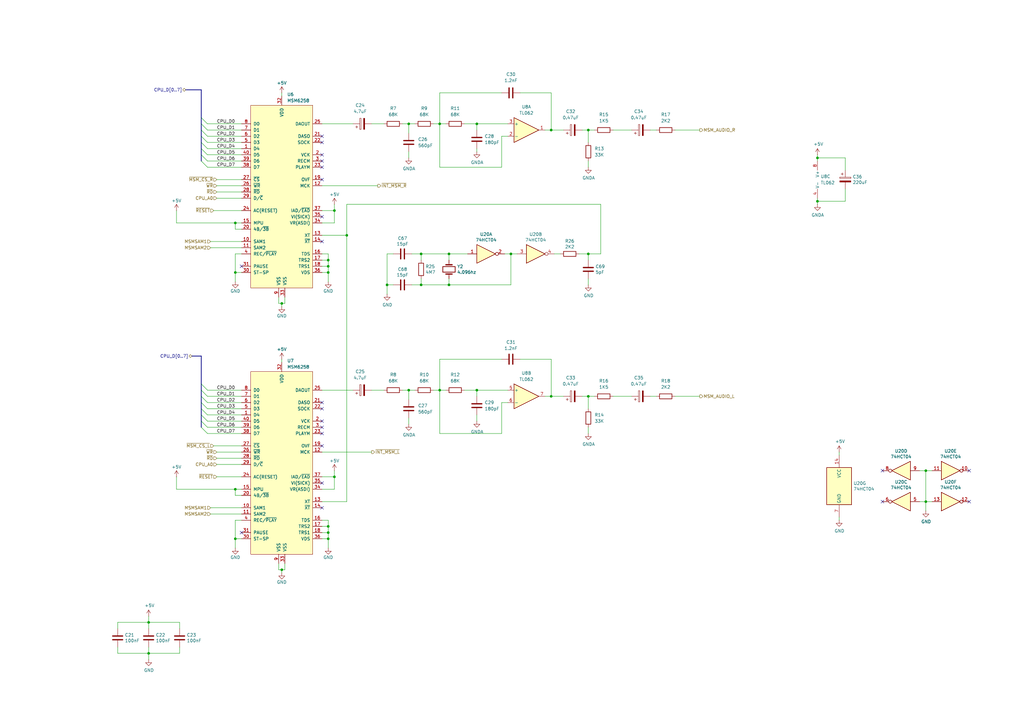
<source format=kicad_sch>
(kicad_sch (version 20231120) (generator "eeschema") (generator_version "8.0")
  (paper "A3")
  (lib_symbols
    (symbol "74xx:74HCT04"
      (property "Reference" "U" (at 0 1.27 0))
      (property "Value" "74HCT04" (at 0 -1.27 0))
      (symbol "74HCT04_1_0"
        (polyline (pts (xy -3.81 3.81) (xy -3.81 -3.81) (xy 3.81 0) (xy -3.81 3.81)) (stroke (width 0.254)) (fill (type background)))
        (pin input line (at -7.62 0 0) (length 3.81) (name "~") (number "1"))
        (pin output inverted (at 7.62 0 180) (length 3.81) (name "~") (number "2"))
      )
      (symbol "74HCT04_2_0"
        (polyline (pts (xy -3.81 3.81) (xy -3.81 -3.81) (xy 3.81 0) (xy -3.81 3.81)) (stroke (width 0.254)) (fill (type background)))
        (pin input line (at -7.62 0 0) (length 3.81) (name "~") (number "3"))
        (pin output inverted (at 7.62 0 180) (length 3.81) (name "~") (number "4"))
      )
      (symbol "74HCT04_3_0"
        (polyline (pts (xy -3.81 3.81) (xy -3.81 -3.81) (xy 3.81 0) (xy -3.81 3.81)) (stroke (width 0.254)) (fill (type background)))
        (pin input line (at -7.62 0 0) (length 3.81) (name "~") (number "5"))
        (pin output inverted (at 7.62 0 180) (length 3.81) (name "~") (number "6"))
      )
      (symbol "74HCT04_4_0"
        (polyline (pts (xy -3.81 3.81) (xy -3.81 -3.81) (xy 3.81 0) (xy -3.81 3.81)) (stroke (width 0.254)) (fill (type background)))
        (pin output inverted (at 7.62 0 180) (length 3.81) (name "~") (number "8"))
        (pin input line (at -7.62 0 0) (length 3.81) (name "~") (number "9"))
      )
      (symbol "74HCT04_5_0"
        (polyline (pts (xy -3.81 3.81) (xy -3.81 -3.81) (xy 3.81 0) (xy -3.81 3.81)) (stroke (width 0.254)) (fill (type background)))
        (pin output inverted (at 7.62 0 180) (length 3.81) (name "~") (number "10"))
        (pin input line (at -7.62 0 0) (length 3.81) (name "~") (number "11"))
      )
      (symbol "74HCT04_6_0"
        (polyline (pts (xy -3.81 3.81) (xy -3.81 -3.81) (xy 3.81 0) (xy -3.81 3.81)) (stroke (width 0.254)) (fill (type background)))
        (pin output inverted (at 7.62 0 180) (length 3.81) (name "~") (number "12"))
        (pin input line (at -7.62 0 0) (length 3.81) (name "~") (number "13"))
      )
      (symbol "74HCT04_7_0"
        (pin power_in line (at 0 12.7 270) (length 5.08) (name "VCC") (number "14"))
        (pin power_in line (at 0 -12.7 90) (length 5.08) (name "GND") (number "7"))
      )
      (symbol "74HCT04_7_1"
        (rectangle (start -5.08 7.62) (end 5.08 -7.62) (stroke (width 0.254)) (fill (type background)))
      )
    )
    (symbol "Amplifier_Operational:TL062" (pin_names (offset 0.127))
      (property "Reference" "U" (at 0 5.08 0))
      (property "Value" "TL062" (at 0 -5.08 0))
      (symbol "TL062_1_1"
        (polyline (pts (xy -5.08 5.08) (xy 5.08 0) (xy -5.08 -5.08) (xy -5.08 5.08)) (stroke (width 0.254)) (fill (type background)))
        (pin output line (at 7.62 0 180) (length 2.54) (name "~") (number "1"))
        (pin input line (at -7.62 -2.54 0) (length 2.54) (name "-") (number "2"))
        (pin input line (at -7.62 2.54 0) (length 2.54) (name "+") (number "3"))
      )
      (symbol "TL062_2_1"
        (polyline (pts (xy -5.08 5.08) (xy 5.08 0) (xy -5.08 -5.08) (xy -5.08 5.08)) (stroke (width 0.254)) (fill (type background)))
        (pin input line (at -7.62 2.54 0) (length 2.54) (name "+") (number "5"))
        (pin input line (at -7.62 -2.54 0) (length 2.54) (name "-") (number "6"))
        (pin output line (at 7.62 0 180) (length 2.54) (name "~") (number "7"))
      )
      (symbol "TL062_3_1"
        (pin power_in line (at -2.54 -7.62 90) (length 3.81) (name "V-") (number "4"))
        (pin power_in line (at -2.54 7.62 270) (length 3.81) (name "V+") (number "8"))
      )
    )
    (symbol "Ddraig:MSM6258" (pin_names (offset 1.016))
      (property "Reference" "U" (at -11.43 43.18 0))
      (property "Value" "MSM6258" (at 7.62 -34.29 0))
      (symbol "MSM6258_0_1"
        (rectangle (start -12.7 41.91) (end 12.7 -33.02) (fill (type background)))
      )
      (symbol "MSM6258_1_1"
        (pin bidirectional line (at -16.51 24.13 0) (length 3.81) (name "D4") (number "1"))
        (pin input line (at -16.51 -13.97 0) (length 3.81) (name "SAM1") (number "10"))
        (pin input line (at -16.51 -16.51 0) (length 3.81) (name "SAM2") (number "11"))
        (pin output line (at 16.51 8.89 180) (length 3.81) (name "MCK") (number "12"))
        (pin input line (at 16.51 -11.43 180) (length 3.81) (name "XT") (number "13"))
        (pin output line (at 16.51 -13.97 180) (length 3.81) (name "~{XT}") (number "14"))
        (pin input line (at -16.51 -6.35 0) (length 3.81) (name "MPU") (number "15"))
        (pin input line (at 16.51 -19.05 180) (length 3.81) (name "TDS") (number "16"))
        (pin input line (at 16.51 -21.59 180) (length 3.81) (name "TRS2") (number "17"))
        (pin input line (at 16.51 -24.13 180) (length 3.81) (name "TRS1") (number "18"))
        (pin output line (at 16.51 11.43 180) (length 3.81) (name "OVF") (number "19"))
        (pin output line (at 16.51 21.59 180) (length 3.81) (name "VCK") (number "2"))
        (pin input line (at -16.51 -8.89 0) (length 3.81) (name "4B/~{3B}") (number "20"))
        (pin output line (at 16.51 29.21 180) (length 3.81) (name "DASO") (number "21"))
        (pin output line (at 16.51 26.67 180) (length 3.81) (name "SOCK") (number "22"))
        (pin output line (at 16.51 16.51 180) (length 3.81) (name "PLAYM") (number "23"))
        (pin input line (at -16.51 -1.27 0) (length 3.81) (name "AC(RESET)") (number "24"))
        (pin output line (at 16.51 34.29 180) (length 3.81) (name "DAOUT") (number "25"))
        (pin input line (at -16.51 8.89 0) (length 3.81) (name "~{WR}") (number "26"))
        (pin input line (at -16.51 11.43 0) (length 3.81) (name "~{CS}") (number "27"))
        (pin input line (at -16.51 6.35 0) (length 3.81) (name "~{RD}") (number "28"))
        (pin input line (at -16.51 3.81 0) (length 3.81) (name "D/~{C}") (number "29"))
        (pin output line (at 16.51 19.05 180) (length 3.81) (name "RECM") (number "3"))
        (pin input line (at -16.51 -26.67 0) (length 3.81) (name "ST-SP") (number "30"))
        (pin input line (at -16.51 -24.13 0) (length 3.81) (name "PAUSE") (number "31"))
        (pin power_in line (at 0 45.72 270) (length 3.81) (name "VDD") (number "32"))
        (pin power_in line (at 1.27 -36.83 90) (length 3.81) (name "VSS") (number "33"))
        (pin input line (at 16.51 -6.35 180) (length 3.81) (name "VR(ASDI)") (number "34"))
        (pin input line (at 16.51 -3.81 180) (length 3.81) (name "VI(SICK)") (number "35"))
        (pin input line (at 16.51 -26.67 180) (length 3.81) (name "VDS") (number "36"))
        (pin input line (at 16.51 -1.27 180) (length 3.81) (name "IAD/~{EAD}") (number "37"))
        (pin bidirectional line (at -16.51 16.51 0) (length 3.81) (name "D7") (number "38"))
        (pin bidirectional line (at -16.51 19.05 0) (length 3.81) (name "D6") (number "39"))
        (pin input line (at -16.51 -19.05 0) (length 3.81) (name "REC/~{PLAY}") (number "4"))
        (pin bidirectional line (at -16.51 21.59 0) (length 3.81) (name "D5") (number "40"))
        (pin bidirectional line (at -16.51 26.67 0) (length 3.81) (name "D3") (number "5"))
        (pin bidirectional line (at -16.51 29.21 0) (length 3.81) (name "D2") (number "6"))
        (pin bidirectional line (at -16.51 31.75 0) (length 3.81) (name "D1") (number "7"))
        (pin bidirectional line (at -16.51 34.29 0) (length 3.81) (name "D0") (number "8"))
        (pin power_in line (at -1.27 -36.83 90) (length 3.81) (name "VSS") (number "9"))
      )
    )
    (symbol "Device:C" (pin_numbers hide) (pin_names (offset 0.254))
      (property "Reference" "C" (at 0.635 2.54 0))
      (property "Value" "C" (at 0.635 -2.54 0))
      (symbol "C_0_1"
        (polyline (pts (xy -2.032 -0.762) (xy 2.032 -0.762)) (stroke (width 0.508)))
        (polyline (pts (xy -2.032 0.762) (xy 2.032 0.762)) (stroke (width 0.508)))
      )
      (symbol "C_1_1"
        (pin passive line (at 0 3.81 270) (length 2.794) (name "~") (number "1"))
        (pin passive line (at 0 -3.81 90) (length 2.794) (name "~") (number "2"))
      )
    )
    (symbol "Device:C_Polarized" (pin_numbers hide) (pin_names (offset 0.254))
      (property "Reference" "C" (at 0.635 2.54 0))
      (property "Value" "C_Polarized" (at 0.635 -2.54 0))
      (symbol "C_Polarized_0_1"
        (rectangle (start -2.286 0.508) (end 2.286 1.016))
        (polyline (pts (xy -1.778 2.286) (xy -0.762 2.286)))
        (polyline (pts (xy -1.27 2.794) (xy -1.27 1.778)))
        (rectangle (start 2.286 -0.508) (end -2.286 -1.016) (fill (type outline)))
      )
      (symbol "C_Polarized_1_1"
        (pin passive line (at 0 3.81 270) (length 2.794) (name "~") (number "1"))
        (pin passive line (at 0 -3.81 90) (length 2.794) (name "~") (number "2"))
      )
    )
    (symbol "Device:Crystal" (pin_numbers hide) (pin_names (offset 1.016) hide)
      (property "Reference" "Y" (at 0 3.81 0))
      (property "Value" "Crystal" (at 0 -3.81 0))
      (symbol "Crystal_0_1"
        (rectangle (start -1.143 2.54) (end 1.143 -2.54) (stroke (width 0.3048)))
        (polyline (pts (xy -2.54 0) (xy -1.905 0)))
        (polyline (pts (xy -1.905 -1.27) (xy -1.905 1.27)) (stroke (width 0.508)))
        (polyline (pts (xy 1.905 -1.27) (xy 1.905 1.27)) (stroke (width 0.508)))
        (polyline (pts (xy 2.54 0) (xy 1.905 0)))
      )
      (symbol "Crystal_1_1"
        (pin passive line (at -3.81 0 0) (length 1.27) (name "1") (number "1"))
        (pin passive line (at 3.81 0 180) (length 1.27) (name "2") (number "2"))
      )
    )
    (symbol "Device:R" (pin_numbers hide) (pin_names (offset 0))
      (property "Reference" "R" (at 2.032 0 90))
      (property "Value" "R" (at 0 0 90))
      (symbol "R_0_1"
        (rectangle (start -1.016 -2.54) (end 1.016 2.54) (stroke (width 0.254)))
      )
      (symbol "R_1_1"
        (pin passive line (at 0 3.81 270) (length 1.27) (name "~") (number "1"))
        (pin passive line (at 0 -3.81 90) (length 1.27) (name "~") (number "2"))
      )
    )
    (symbol "power:+5V" (power) (pin_numbers hide) (pin_names (offset 0) hide)
      (property "Value" "+5V" (at 0 3.556 0))
      (symbol "+5V_0_1"
        (polyline (pts (xy -0.762 1.27) (xy 0 2.54)))
        (polyline (pts (xy 0 0) (xy 0 2.54)))
        (polyline (pts (xy 0 2.54) (xy 0.762 1.27)))
      )
      (symbol "+5V_1_1"
        (pin power_in line (at 0 0 90) (length 0) (name "~") (number "1"))
      )
    )
    (symbol "power:GND" (power) (pin_numbers hide) (pin_names (offset 0) hide)
      (property "Value" "GND" (at 0 -3.81 0))
      (symbol "GND_0_1"
        (polyline (pts (xy 0 0) (xy 0 -1.27) (xy 1.27 -1.27) (xy 0 -2.54) (xy -1.27 -1.27) (xy 0 -1.27)))
      )
      (symbol "GND_1_1"
        (pin power_in line (at 0 0 270) (length 0) (name "~") (number "1"))
      )
    )
    (symbol "power:GNDA" (power) (pin_numbers hide) (pin_names (offset 0) hide)
      (property "Value" "GNDA" (at 0 -3.81 0))
      (symbol "GNDA_0_1"
        (polyline (pts (xy 0 0) (xy 0 -1.27) (xy 1.27 -1.27) (xy 0 -2.54) (xy -1.27 -1.27) (xy 0 -1.27)))
      )
      (symbol "GNDA_1_1"
        (pin power_in line (at 0 0 270) (length 0) (name "~") (number "1"))
      )
    )
  )
  (junction (at 184.15 116.84))
  (junction (at 226.06 162.56))
  (junction (at 226.06 53.34))
  (junction (at 335.28 82.55))
  (junction (at 134.62 218.44))
  (junction (at 241.3 162.56))
  (junction (at 96.52 220.98))
  (junction (at 167.64 50.8))
  (junction (at 180.34 160.02))
  (junction (at 241.3 104.14))
  (junction (at 60.96 267.97))
  (junction (at 379.73 193.04))
  (junction (at 379.73 205.74))
  (junction (at 134.62 220.98))
  (junction (at 134.62 109.22))
  (junction (at 96.52 111.76))
  (junction (at 241.3 53.34))
  (junction (at 184.15 104.14))
  (junction (at 96.52 91.44))
  (junction (at 137.16 86.36))
  (junction (at 167.64 160.02))
  (junction (at 60.96 255.27))
  (junction (at 134.62 215.9))
  (junction (at 180.34 50.8))
  (junction (at 115.57 233.68))
  (junction (at 134.62 106.68))
  (junction (at 115.57 124.46))
  (junction (at 158.75 116.84))
  (junction (at 209.55 104.14))
  (junction (at 195.58 160.02))
  (junction (at 335.28 64.77))
  (junction (at 142.24 96.52))
  (junction (at 172.72 116.84))
  (junction (at 134.62 111.76))
  (junction (at 96.52 200.66))
  (junction (at 195.58 50.8))
  (junction (at 172.72 104.14))
  (junction (at 137.16 195.58))
  (no_connect (at 132.08 63.5))
  (no_connect (at 132.08 66.04))
  (no_connect (at 132.08 175.26))
  (no_connect (at 397.51 193.04))
  (no_connect (at 132.08 88.9))
  (no_connect (at 99.06 109.22))
  (no_connect (at 361.95 205.74))
  (no_connect (at 132.08 167.64))
  (no_connect (at 132.08 208.28))
  (no_connect (at 132.08 172.72))
  (no_connect (at 99.06 218.44))
  (no_connect (at 132.08 73.66))
  (no_connect (at 132.08 55.88))
  (no_connect (at 132.08 165.1))
  (no_connect (at 132.08 182.88))
  (no_connect (at 132.08 177.8))
  (no_connect (at 132.08 68.58))
  (no_connect (at 132.08 99.06))
  (no_connect (at 361.95 193.04))
  (no_connect (at 132.08 198.12))
  (no_connect (at 397.51 205.74))
  (no_connect (at 132.08 58.42))
  (bus_entry (at 82.55 63.5) (size 2.54 2.54))
  (bus_entry (at 82.55 53.34) (size 2.54 2.54))
  (bus_entry (at 82.55 55.88) (size 2.54 2.54))
  (bus_entry (at 82.55 160.02) (size 2.54 2.54))
  (bus_entry (at 82.55 66.04) (size 2.54 2.54))
  (bus_entry (at 82.55 157.48) (size 2.54 2.54))
  (bus_entry (at 82.55 167.64) (size 2.54 2.54))
  (bus_entry (at 82.55 165.1) (size 2.54 2.54))
  (bus_entry (at 82.55 170.18) (size 2.54 2.54))
  (bus_entry (at 82.55 172.72) (size 2.54 2.54))
  (bus_entry (at 82.55 48.26) (size 2.54 2.54))
  (bus_entry (at 82.55 58.42) (size 2.54 2.54))
  (bus_entry (at 82.55 162.56) (size 2.54 2.54))
  (bus_entry (at 82.55 50.8) (size 2.54 2.54))
  (bus_entry (at 82.55 60.96) (size 2.54 2.54))
  (bus_entry (at 82.55 175.26) (size 2.54 2.54))
  (wire (pts (xy 85.09 50.8) (xy 99.06 50.8)))
  (wire (pts (xy 379.73 193.04) (xy 377.19 193.04)))
  (wire (pts (xy 116.84 233.68) (xy 116.84 231.14)))
  (wire (pts (xy 335.28 64.77) (xy 346.71 64.77)))
  (wire (pts (xy 168.91 104.14) (xy 172.72 104.14)))
  (bus (pts (xy 82.55 175.26) (xy 82.55 172.72)))
  (wire (pts (xy 132.08 220.98) (xy 134.62 220.98)))
  (wire (pts (xy 132.08 195.58) (xy 137.16 195.58)))
  (wire (pts (xy 99.06 203.2) (xy 96.52 203.2)))
  (wire (pts (xy 241.3 175.26) (xy 241.3 177.8)))
  (wire (pts (xy 251.46 162.56) (xy 259.08 162.56)))
  (wire (pts (xy 134.62 218.44) (xy 134.62 215.9)))
  (wire (pts (xy 99.06 104.14) (xy 96.52 104.14)))
  (wire (pts (xy 184.15 104.14) (xy 191.77 104.14)))
  (wire (pts (xy 190.5 160.02) (xy 195.58 160.02)))
  (wire (pts (xy 85.09 165.1) (xy 99.06 165.1)))
  (wire (pts (xy 165.1 160.02) (xy 167.64 160.02)))
  (wire (pts (xy 346.71 64.77) (xy 346.71 69.85)))
  (wire (pts (xy 60.96 265.43) (xy 60.96 267.97)))
  (wire (pts (xy 167.64 50.8) (xy 167.64 54.61)))
  (wire (pts (xy 172.72 104.14) (xy 184.15 104.14)))
  (wire (pts (xy 132.08 86.36) (xy 137.16 86.36)))
  (wire (pts (xy 72.39 200.66) (xy 96.52 200.66)))
  (wire (pts (xy 96.52 104.14) (xy 96.52 111.76)))
  (wire (pts (xy 184.15 116.84) (xy 184.15 114.3)))
  (wire (pts (xy 60.96 255.27) (xy 48.26 255.27)))
  (wire (pts (xy 195.58 50.8) (xy 208.28 50.8)))
  (wire (pts (xy 60.96 267.97) (xy 60.96 270.51)))
  (wire (pts (xy 48.26 255.27) (xy 48.26 257.81)))
  (wire (pts (xy 205.74 68.58) (xy 180.34 68.58)))
  (wire (pts (xy 158.75 120.65) (xy 158.75 116.84)))
  (bus (pts (xy 82.55 60.96) (xy 82.55 58.42)))
  (wire (pts (xy 335.28 81.28) (xy 335.28 82.55)))
  (bus (pts (xy 82.55 53.34) (xy 82.55 50.8)))
  (wire (pts (xy 60.96 252.73) (xy 60.96 255.27)))
  (wire (pts (xy 246.38 104.14) (xy 246.38 83.82)))
  (wire (pts (xy 184.15 106.68) (xy 184.15 104.14)))
  (wire (pts (xy 161.29 116.84) (xy 158.75 116.84)))
  (wire (pts (xy 134.62 111.76) (xy 134.62 109.22)))
  (wire (pts (xy 134.62 215.9) (xy 134.62 213.36)))
  (wire (pts (xy 180.34 68.58) (xy 180.34 50.8)))
  (wire (pts (xy 116.84 124.46) (xy 116.84 121.92)))
  (wire (pts (xy 241.3 53.34) (xy 241.3 58.42)))
  (wire (pts (xy 205.74 55.88) (xy 208.28 55.88)))
  (wire (pts (xy 132.08 160.02) (xy 144.78 160.02)))
  (wire (pts (xy 344.17 186.69) (xy 344.17 185.42)))
  (wire (pts (xy 99.06 111.76) (xy 96.52 111.76)))
  (wire (pts (xy 213.36 147.32) (xy 226.06 147.32)))
  (wire (pts (xy 137.16 91.44) (xy 137.16 86.36)))
  (bus (pts (xy 82.55 146.05) (xy 78.74 146.05)))
  (wire (pts (xy 377.19 205.74) (xy 379.73 205.74)))
  (wire (pts (xy 85.09 63.5) (xy 99.06 63.5)))
  (wire (pts (xy 205.74 177.8) (xy 180.34 177.8)))
  (wire (pts (xy 88.9 81.28) (xy 99.06 81.28)))
  (wire (pts (xy 209.55 104.14) (xy 212.09 104.14)))
  (wire (pts (xy 379.73 193.04) (xy 382.27 193.04)))
  (wire (pts (xy 205.74 165.1) (xy 205.74 177.8)))
  (wire (pts (xy 237.49 104.14) (xy 241.3 104.14)))
  (wire (pts (xy 99.06 220.98) (xy 96.52 220.98)))
  (wire (pts (xy 195.58 170.18) (xy 195.58 172.72)))
  (wire (pts (xy 172.72 106.68) (xy 172.72 104.14)))
  (bus (pts (xy 82.55 165.1) (xy 82.55 162.56)))
  (wire (pts (xy 165.1 50.8) (xy 167.64 50.8)))
  (wire (pts (xy 180.34 50.8) (xy 182.88 50.8)))
  (wire (pts (xy 85.09 177.8) (xy 99.06 177.8)))
  (wire (pts (xy 205.74 38.1) (xy 180.34 38.1)))
  (wire (pts (xy 241.3 53.34) (xy 243.84 53.34)))
  (wire (pts (xy 85.09 172.72) (xy 99.06 172.72)))
  (wire (pts (xy 85.09 170.18) (xy 99.06 170.18)))
  (wire (pts (xy 205.74 165.1) (xy 208.28 165.1)))
  (wire (pts (xy 85.09 55.88) (xy 99.06 55.88)))
  (wire (pts (xy 152.4 185.42) (xy 132.08 185.42)))
  (bus (pts (xy 82.55 170.18) (xy 82.55 167.64)))
  (wire (pts (xy 167.64 50.8) (xy 170.18 50.8)))
  (wire (pts (xy 195.58 50.8) (xy 195.58 53.34)))
  (wire (pts (xy 60.96 267.97) (xy 73.66 267.97)))
  (wire (pts (xy 207.01 104.14) (xy 209.55 104.14)))
  (wire (pts (xy 134.62 109.22) (xy 134.62 106.68)))
  (wire (pts (xy 114.3 124.46) (xy 115.57 124.46)))
  (wire (pts (xy 73.66 255.27) (xy 60.96 255.27)))
  (wire (pts (xy 142.24 205.74) (xy 132.08 205.74)))
  (wire (pts (xy 346.71 82.55) (xy 346.71 77.47)))
  (wire (pts (xy 72.39 91.44) (xy 96.52 91.44)))
  (wire (pts (xy 88.9 185.42) (xy 99.06 185.42)))
  (wire (pts (xy 115.57 147.32) (xy 115.57 148.59)))
  (wire (pts (xy 96.52 91.44) (xy 99.06 91.44)))
  (wire (pts (xy 168.91 116.84) (xy 172.72 116.84)))
  (wire (pts (xy 205.74 147.32) (xy 180.34 147.32)))
  (wire (pts (xy 132.08 218.44) (xy 134.62 218.44)))
  (wire (pts (xy 195.58 160.02) (xy 195.58 162.56)))
  (wire (pts (xy 241.3 106.68) (xy 241.3 104.14)))
  (wire (pts (xy 96.52 213.36) (xy 96.52 220.98)))
  (wire (pts (xy 184.15 116.84) (xy 209.55 116.84)))
  (wire (pts (xy 190.5 50.8) (xy 195.58 50.8)))
  (wire (pts (xy 99.06 101.6) (xy 86.36 101.6)))
  (bus (pts (xy 82.55 58.42) (xy 82.55 55.88)))
  (bus (pts (xy 82.55 63.5) (xy 82.55 60.96)))
  (wire (pts (xy 167.64 160.02) (xy 170.18 160.02)))
  (wire (pts (xy 85.09 66.04) (xy 99.06 66.04)))
  (wire (pts (xy 213.36 38.1) (xy 226.06 38.1)))
  (wire (pts (xy 195.58 60.96) (xy 195.58 62.23)))
  (wire (pts (xy 241.3 114.3) (xy 241.3 116.84)))
  (wire (pts (xy 115.57 124.46) (xy 116.84 124.46)))
  (wire (pts (xy 276.86 162.56) (xy 287.02 162.56)))
  (wire (pts (xy 134.62 213.36) (xy 132.08 213.36)))
  (wire (pts (xy 132.08 106.68) (xy 134.62 106.68)))
  (wire (pts (xy 152.4 160.02) (xy 157.48 160.02)))
  (wire (pts (xy 73.66 257.81) (xy 73.66 255.27)))
  (bus (pts (xy 82.55 66.04) (xy 82.55 63.5)))
  (wire (pts (xy 241.3 162.56) (xy 243.84 162.56)))
  (wire (pts (xy 226.06 53.34) (xy 231.14 53.34)))
  (wire (pts (xy 241.3 162.56) (xy 241.3 167.64)))
  (wire (pts (xy 85.09 58.42) (xy 99.06 58.42)))
  (wire (pts (xy 88.9 195.58) (xy 99.06 195.58)))
  (wire (pts (xy 88.9 73.66) (xy 99.06 73.66)))
  (wire (pts (xy 266.7 53.34) (xy 269.24 53.34)))
  (wire (pts (xy 48.26 267.97) (xy 48.26 265.43)))
  (wire (pts (xy 158.75 104.14) (xy 161.29 104.14)))
  (wire (pts (xy 96.52 200.66) (xy 99.06 200.66)))
  (wire (pts (xy 344.17 213.36) (xy 344.17 212.09)))
  (wire (pts (xy 209.55 116.84) (xy 209.55 104.14)))
  (wire (pts (xy 85.09 53.34) (xy 99.06 53.34)))
  (bus (pts (xy 82.55 157.48) (xy 82.55 146.05)))
  (wire (pts (xy 180.34 147.32) (xy 180.34 160.02)))
  (bus (pts (xy 82.55 172.72) (xy 82.55 170.18)))
  (wire (pts (xy 238.76 53.34) (xy 241.3 53.34)))
  (wire (pts (xy 132.08 91.44) (xy 137.16 91.44)))
  (wire (pts (xy 335.28 82.55) (xy 335.28 83.82)))
  (wire (pts (xy 114.3 233.68) (xy 115.57 233.68)))
  (wire (pts (xy 115.57 233.68) (xy 116.84 233.68)))
  (wire (pts (xy 137.16 193.04) (xy 137.16 195.58)))
  (wire (pts (xy 137.16 83.82) (xy 137.16 86.36)))
  (wire (pts (xy 132.08 215.9) (xy 134.62 215.9)))
  (wire (pts (xy 73.66 265.43) (xy 73.66 267.97)))
  (wire (pts (xy 172.72 116.84) (xy 184.15 116.84)))
  (wire (pts (xy 180.34 177.8) (xy 180.34 160.02)))
  (wire (pts (xy 158.75 104.14) (xy 158.75 116.84)))
  (wire (pts (xy 87.63 182.88) (xy 99.06 182.88)))
  (wire (pts (xy 99.06 208.28) (xy 86.36 208.28)))
  (wire (pts (xy 134.62 104.14) (xy 132.08 104.14)))
  (wire (pts (xy 266.7 162.56) (xy 269.24 162.56)))
  (wire (pts (xy 99.06 213.36) (xy 96.52 213.36)))
  (wire (pts (xy 88.9 78.74) (xy 99.06 78.74)))
  (wire (pts (xy 114.3 231.14) (xy 114.3 233.68)))
  (bus (pts (xy 82.55 36.83) (xy 76.2 36.83)))
  (wire (pts (xy 96.52 111.76) (xy 96.52 115.57)))
  (wire (pts (xy 227.33 104.14) (xy 229.87 104.14)))
  (wire (pts (xy 87.63 86.36) (xy 99.06 86.36)))
  (wire (pts (xy 180.34 38.1) (xy 180.34 50.8)))
  (bus (pts (xy 82.55 50.8) (xy 82.55 48.26)))
  (wire (pts (xy 177.8 160.02) (xy 180.34 160.02)))
  (wire (pts (xy 205.74 55.88) (xy 205.74 68.58)))
  (wire (pts (xy 85.09 160.02) (xy 99.06 160.02)))
  (wire (pts (xy 88.9 187.96) (xy 99.06 187.96)))
  (wire (pts (xy 96.52 203.2) (xy 96.52 200.66)))
  (wire (pts (xy 115.57 38.1) (xy 115.57 39.37)))
  (bus (pts (xy 82.55 167.64) (xy 82.55 165.1)))
  (wire (pts (xy 85.09 167.64) (xy 99.06 167.64)))
  (wire (pts (xy 114.3 121.92) (xy 114.3 124.46)))
  (wire (pts (xy 72.39 195.58) (xy 72.39 200.66)))
  (wire (pts (xy 85.09 60.96) (xy 99.06 60.96)))
  (wire (pts (xy 132.08 200.66) (xy 137.16 200.66)))
  (wire (pts (xy 142.24 96.52) (xy 142.24 205.74)))
  (wire (pts (xy 134.62 224.79) (xy 134.62 220.98)))
  (wire (pts (xy 251.46 53.34) (xy 259.08 53.34)))
  (wire (pts (xy 167.64 171.45) (xy 167.64 173.99)))
  (bus (pts (xy 82.55 55.88) (xy 82.55 53.34)))
  (wire (pts (xy 223.52 162.56) (xy 226.06 162.56)))
  (bus (pts (xy 82.55 160.02) (xy 82.55 157.48)))
  (wire (pts (xy 88.9 190.5) (xy 99.06 190.5)))
  (wire (pts (xy 195.58 160.02) (xy 208.28 160.02)))
  (wire (pts (xy 335.28 66.04) (xy 335.28 64.77)))
  (wire (pts (xy 142.24 83.82) (xy 142.24 96.52)))
  (wire (pts (xy 99.06 210.82) (xy 86.36 210.82)))
  (wire (pts (xy 152.4 50.8) (xy 157.48 50.8)))
  (wire (pts (xy 226.06 162.56) (xy 231.14 162.56)))
  (wire (pts (xy 246.38 83.82) (xy 142.24 83.82)))
  (wire (pts (xy 226.06 147.32) (xy 226.06 162.56)))
  (wire (pts (xy 88.9 76.2) (xy 99.06 76.2)))
  (wire (pts (xy 60.96 255.27) (xy 60.96 257.81)))
  (wire (pts (xy 134.62 106.68) (xy 134.62 104.14)))
  (wire (pts (xy 132.08 96.52) (xy 142.24 96.52)))
  (wire (pts (xy 72.39 86.36) (xy 72.39 91.44)))
  (wire (pts (xy 85.09 175.26) (xy 99.06 175.26)))
  (wire (pts (xy 134.62 220.98) (xy 134.62 218.44)))
  (wire (pts (xy 379.73 205.74) (xy 379.73 193.04)))
  (wire (pts (xy 223.52 53.34) (xy 226.06 53.34)))
  (wire (pts (xy 96.52 220.98) (xy 96.52 224.79)))
  (wire (pts (xy 238.76 162.56) (xy 241.3 162.56)))
  (wire (pts (xy 167.64 62.23) (xy 167.64 64.77)))
  (wire (pts (xy 132.08 109.22) (xy 134.62 109.22)))
  (wire (pts (xy 99.06 93.98) (xy 96.52 93.98)))
  (wire (pts (xy 226.06 38.1) (xy 226.06 53.34)))
  (wire (pts (xy 132.08 111.76) (xy 134.62 111.76)))
  (wire (pts (xy 276.86 53.34) (xy 287.02 53.34)))
  (wire (pts (xy 115.57 233.68) (xy 115.57 234.95)))
  (wire (pts (xy 167.64 160.02) (xy 167.64 163.83)))
  (wire (pts (xy 335.28 82.55) (xy 346.71 82.55)))
  (bus (pts (xy 82.55 162.56) (xy 82.55 160.02)))
  (wire (pts (xy 96.52 93.98) (xy 96.52 91.44)))
  (wire (pts (xy 177.8 50.8) (xy 180.34 50.8)))
  (wire (pts (xy 379.73 209.55) (xy 379.73 205.74)))
  (wire (pts (xy 99.06 99.06) (xy 86.36 99.06)))
  (wire (pts (xy 172.72 114.3) (xy 172.72 116.84)))
  (wire (pts (xy 241.3 66.04) (xy 241.3 68.58)))
  (wire (pts (xy 85.09 162.56) (xy 99.06 162.56)))
  (wire (pts (xy 335.28 63.5) (xy 335.28 64.77)))
  (wire (pts (xy 85.09 68.58) (xy 99.06 68.58)))
  (wire (pts (xy 132.08 50.8) (xy 144.78 50.8)))
  (wire (pts (xy 241.3 104.14) (xy 246.38 104.14)))
  (bus (pts (xy 82.55 48.26) (xy 82.55 36.83)))
  (wire (pts (xy 48.26 267.97) (xy 60.96 267.97)))
  (wire (pts (xy 180.34 160.02) (xy 182.88 160.02)))
  (wire (pts (xy 115.57 124.46) (xy 115.57 125.73)))
  (wire (pts (xy 137.16 200.66) (xy 137.16 195.58)))
  (wire (pts (xy 132.08 76.2) (xy 154.94 76.2)))
  (wire (pts (xy 379.73 205.74) (xy 382.27 205.74)))
  (wire (pts (xy 134.62 115.57) (xy 134.62 111.76)))
  (label "CPU_D7" (at 88.9 68.58 0))
  (label "CPU_D6" (at 88.9 66.04 0))
  (label "CPU_D5" (at 88.9 63.5 0))
  (label "CPU_D0" (at 88.9 50.8 0))
  (label "CPU_D7" (at 88.9 177.8 0))
  (label "CPU_D1" (at 88.9 162.56 0))
  (label "CPU_D3" (at 88.9 58.42 0))
  (label "CPU_D3" (at 88.9 167.64 0))
  (label "CPU_D1" (at 88.9 53.34 0))
  (label "CPU_D2" (at 88.9 165.1 0))
  (label "CPU_D0" (at 88.9 160.02 0))
  (label "CPU_D5" (at 88.9 172.72 0))
  (label "CPU_D2" (at 88.9 55.88 0))
  (label "CPU_D4" (at 88.9 60.96 0))
  (label "CPU_D4" (at 88.9 170.18 0))
  (label "CPU_D6" (at 88.9 175.26 0))
  (hierarchical_label "MSMSAM1" (shape input) (at 86.36 208.28 180))
  (hierarchical_label "CPU_A0" (shape input) (at 88.9 81.28 180))
  (hierarchical_label "CPU_D[0..7]" (shape bidirectional) (at 78.74 146.05 180))
  (hierarchical_label "~{INT_MSM_R}" (shape output) (at 154.94 76.2 0))
  (hierarchical_label "~{WR}" (shape input) (at 88.9 76.2 180))
  (hierarchical_label "MSMSAM1" (shape input) (at 86.36 99.06 180))
  (hierarchical_label "MSM_AUDIO_L" (shape output) (at 287.02 162.56 0))
  (hierarchical_label "~{INT_MSM_L}" (shape output) (at 152.4 185.42 0))
  (hierarchical_label "~{RESET}" (shape input) (at 88.9 195.58 180))
  (hierarchical_label "~{RD}" (shape input) (at 88.9 78.74 180))
  (hierarchical_label "~{MSM_CS_L}" (shape input) (at 87.63 182.88 180))
  (hierarchical_label "CPU_D[0..7]" (shape bidirectional) (at 76.2 36.83 180))
  (hierarchical_label "~{RESET}" (shape input) (at 87.63 86.36 180))
  (hierarchical_label "MSMSAM2" (shape input) (at 86.36 101.6 180))
  (hierarchical_label "CPU_A0" (shape input) (at 88.9 190.5 180))
  (hierarchical_label "MSMSAM2" (shape input) (at 86.36 210.82 180))
  (hierarchical_label "MSM_AUDIO_R" (shape output) (at 287.02 53.34 0))
  (hierarchical_label "~{WR}" (shape input) (at 88.9 185.42 180))
  (hierarchical_label "~{RD}" (shape input) (at 88.9 187.96 180))
  (hierarchical_label "~{MSM_CS_R}" (shape input) (at 88.9 73.66 180))
  (symbol (lib_id "Device:C") (at 165.1 104.14 270) (unit 1)
    (property "Reference" "C67" (at 165.1 97.7392 90))
    (property "Value" "15pF" (at 165.1 100.0506 90))
    (property "Footprint" "Capacitor_THT:C_Disc_D5.0mm_W2.5mm_P2.50mm" (effects (hide yes)))
  )
  (symbol (lib_id "power:GND") (at 134.62 115.57 0) (unit 1)
    (property "Reference" "#PWR054" (effects (hide yes)))
    (property "Value" "GND" (at 134.62 119.38 0))
    (property "Description" "Power symbol creates a global label with name \"GND\" , ground" (effects (hide yes)))
  )
  (symbol (lib_id "Device:R") (at 247.65 162.56 90) (unit 1)
    (property "Reference" "R16" (at 247.65 156.21 90))
    (property "Value" "1K5" (at 247.65 158.75 90))
    (property "Footprint" "Resistor_THT:R_Axial_DIN0207_L6.3mm_D2.5mm_P10.16mm_Horizontal" (effects (hide yes)))
  )
  (symbol (lib_id "74xx:74HCT04") (at 389.89 193.04 0) (unit 5)
    (property "Reference" "U20" (at 389.89 184.9882 0))
    (property "Value" "74HCT04" (at 389.89 187.2996 0))
    (property "Footprint" "Package_DIP:DIP-14_W7.62mm_Socket" (effects (hide yes)))
    (property "Datasheet" "https://assets.nexperia.com/documents/data-sheet/74HC_HCT04.pdf" (effects (hide yes)))
  )
  (symbol (lib_id "power:+5V") (at 344.17 185.42 0) (unit 1)
    (property "Reference" "#PWR0127" (effects (hide yes)))
    (property "Value" "+5V" (at 344.551 181.0258 0))
    (property "Description" "Power symbol creates a global label with name \"+5V\"" (effects (hide yes)))
  )
  (symbol (lib_id "Amplifier_Operational:TL062") (at 215.9 162.56 0) (unit 2)
    (property "Reference" "U8" (at 215.9 153.035 0))
    (property "Value" "TL062" (at 215.9 155.575 0))
    (property "Footprint" "Package_DIP:DIP-8_W7.62mm_Socket" (effects (hide yes)))
    (property "Datasheet" "http://www.ti.com/lit/ds/symlink/tl061.pdf" (effects (hide yes)))
  )
  (symbol (lib_id "74xx:74HCT04") (at 389.89 205.74 0) (unit 6)
    (property "Reference" "U20" (at 389.89 197.6882 0))
    (property "Value" "74HCT04" (at 389.89 199.9996 0))
    (property "Footprint" "Package_DIP:DIP-14_W7.62mm_Socket" (effects (hide yes)))
    (property "Datasheet" "https://assets.nexperia.com/documents/data-sheet/74HC_HCT04.pdf" (effects (hide yes)))
  )
  (symbol (lib_id "power:GND") (at 60.96 270.51 0) (unit 1)
    (property "Reference" "#PWR045" (effects (hide yes)))
    (property "Value" "GND" (at 61.087 274.9042 0))
    (property "Description" "Power symbol creates a global label with name \"GND\" , ground" (effects (hide yes)))
  )
  (symbol (lib_id "Amplifier_Operational:TL062") (at 215.9 53.34 0) (unit 1)
    (property "Reference" "U8" (at 215.9 43.815 0))
    (property "Value" "TL062" (at 215.9 46.355 0))
    (property "Footprint" "Package_DIP:DIP-8_W7.62mm_Socket" (effects (hide yes)))
    (property "Datasheet" "http://www.ti.com/lit/ds/symlink/tl061.pdf" (effects (hide yes)))
  )
  (symbol (lib_id "Device:C_Polarized") (at 234.95 53.34 90) (unit 1)
    (property "Reference" "C32" (at 234.061 45.72 90))
    (property "Value" "0.47uF" (at 234.061 48.26 90))
    (property "Footprint" "Capacitor_THT:CP_Radial_D5.0mm_P2.50mm" (effects (hide yes)))
  )
  (symbol (lib_id "Device:R") (at 172.72 110.49 0) (unit 1)
    (property "Reference" "R25" (at 174.498 109.3216 0) (effects (justify left)))
    (property "Value" "4M7" (at 174.498 111.633 0) (effects (justify left)))
    (property "Footprint" "Resistor_THT:R_Axial_DIN0207_L6.3mm_D2.5mm_P10.16mm_Horizontal" (effects (hide yes)))
  )
  (symbol (lib_id "power:+5V") (at 115.57 147.32 0) (unit 1)
    (property "Reference" "#PWR052" (effects (hide yes)))
    (property "Value" "+5V" (at 115.57 143.256 0))
    (property "Description" "Power symbol creates a global label with name \"+5V\"" (effects (hide yes)))
  )
  (symbol (lib_id "Device:C_Polarized") (at 148.59 160.02 90) (unit 1)
    (property "Reference" "C25" (at 147.701 152.4 90))
    (property "Value" "4.7uF" (at 147.701 154.94 90))
    (property "Footprint" "Capacitor_THT:CP_Radial_D5.0mm_P2.50mm" (effects (hide yes)))
  )
  (symbol (lib_id "Device:R") (at 273.05 53.34 90) (unit 1)
    (property "Reference" "R17" (at 273.05 46.99 90))
    (property "Value" "2K2" (at 273.05 49.53 90))
    (property "Footprint" "Resistor_THT:R_Axial_DIN0207_L6.3mm_D2.5mm_P10.16mm_Horizontal" (effects (hide yes)))
  )
  (symbol (lib_id "power:+5V") (at 335.28 63.5 0) (unit 1)
    (property "Reference" "#PWR066" (effects (hide yes)))
    (property "Value" "+5V" (at 335.661 59.1058 0))
    (property "Description" "Power symbol creates a global label with name \"+5V\"" (effects (hide yes)))
  )
  (symbol (lib_id "power:GND") (at 115.57 125.73 0) (unit 1)
    (property "Reference" "#PWR051" (effects (hide yes)))
    (property "Value" "GND" (at 115.57 129.54 0))
    (property "Description" "Power symbol creates a global label with name \"GND\" , ground" (effects (hide yes)))
  )
  (symbol (lib_id "Device:C") (at 209.55 147.32 90) (unit 1)
    (property "Reference" "C31" (at 209.55 140.335 90))
    (property "Value" "1.2nF" (at 209.55 142.875 90))
    (property "Footprint" "Capacitor_THT:C_Disc_D5.0mm_W2.5mm_P2.50mm" (effects (hide yes)))
  )
  (symbol (lib_id "Device:C") (at 60.96 261.62 0) (unit 1)
    (property "Reference" "C22" (at 63.881 260.4516 0) (effects (justify left)))
    (property "Value" "100nF" (at 63.881 262.763 0) (effects (justify left)))
    (property "Footprint" "Capacitor_THT:C_Disc_D5.0mm_W2.5mm_P2.50mm" (effects (hide yes)))
  )
  (symbol (lib_id "74xx:74HCT04") (at 199.39 104.14 0) (unit 1)
    (property "Reference" "U20" (at 199.39 96.0882 0))
    (property "Value" "74HCT04" (at 199.39 98.3996 0))
    (property "Footprint" "Package_DIP:DIP-14_W7.62mm_Socket" (effects (hide yes)))
    (property "Datasheet" "https://assets.nexperia.com/documents/data-sheet/74HC_HCT04.pdf" (effects (hide yes)))
  )
  (symbol (lib_id "Device:C") (at 241.3 110.49 0) (unit 1)
    (property "Reference" "C69" (at 244.221 109.3216 0) (effects (justify left)))
    (property "Value" "5pF" (at 244.221 111.633 0) (effects (justify left)))
    (property "Footprint" "Capacitor_THT:C_Disc_D5.0mm_W2.5mm_P2.50mm" (effects (hide yes)))
  )
  (symbol (lib_id "power:+5V") (at 137.16 83.82 0) (unit 1)
    (property "Reference" "#PWR056" (effects (hide yes)))
    (property "Value" "+5V" (at 137.16 79.756 0))
    (property "Description" "Power symbol creates a global label with name \"+5V\"" (effects (hide yes)))
  )
  (symbol (lib_id "Device:R") (at 186.69 50.8 90) (unit 1)
    (property "Reference" "R11" (at 186.69 44.45 90))
    (property "Value" "68K" (at 186.69 46.99 90))
    (property "Footprint" "Resistor_THT:R_Axial_DIN0207_L6.3mm_D2.5mm_P10.16mm_Horizontal" (effects (hide yes)))
  )
  (symbol (lib_id "Device:C") (at 167.64 58.42 0) (unit 1)
    (property "Reference" "C26" (at 171.45 57.15 0) (effects (justify left)))
    (property "Value" "560pF" (at 171.45 59.69 0) (effects (justify left)))
    (property "Footprint" "Capacitor_THT:C_Disc_D5.0mm_W2.5mm_P2.50mm" (effects (hide yes)))
  )
  (symbol (lib_id "power:GND") (at 158.75 120.65 0) (unit 1)
    (property "Reference" "#PWR0126" (effects (hide yes)))
    (property "Value" "GND" (at 158.877 125.0442 0))
    (property "Description" "Power symbol creates a global label with name \"GND\" , ground" (effects (hide yes)))
  )
  (symbol (lib_id "Device:C") (at 48.26 261.62 0) (unit 1)
    (property "Reference" "C21" (at 51.181 260.4516 0) (effects (justify left)))
    (property "Value" "100nF" (at 51.181 262.763 0) (effects (justify left)))
    (property "Footprint" "Capacitor_THT:C_Disc_D5.0mm_W2.5mm_P2.50mm" (effects (hide yes)))
  )
  (symbol (lib_id "power:+5V") (at 60.96 252.73 0) (unit 1)
    (property "Reference" "#PWR044" (effects (hide yes)))
    (property "Value" "+5V" (at 61.341 248.3358 0))
    (property "Description" "Power symbol creates a global label with name \"+5V\"" (effects (hide yes)))
  )
  (symbol (lib_id "power:GND") (at 96.52 224.79 0) (unit 1)
    (property "Reference" "#PWR049" (effects (hide yes)))
    (property "Value" "GND" (at 96.52 228.6 0))
    (property "Description" "Power symbol creates a global label with name \"GND\" , ground" (effects (hide yes)))
  )
  (symbol (lib_id "power:GNDA") (at 167.64 64.77 0) (unit 1)
    (property "Reference" "#PWR060" (effects (hide yes)))
    (property "Value" "GNDA" (at 167.767 69.1642 0))
    (property "Description" "Power symbol creates a global label with name \"GNDA\" , analog ground" (effects (hide yes)))
  )
  (symbol (lib_id "Device:R") (at 161.29 160.02 90) (unit 1)
    (property "Reference" "R8" (at 161.29 153.67 90))
    (property "Value" "68K" (at 161.29 156.21 90))
    (property "Footprint" "Resistor_THT:R_Axial_DIN0207_L6.3mm_D2.5mm_P10.16mm_Horizontal" (effects (hide yes)))
  )
  (symbol (lib_id "Device:C_Polarized") (at 346.71 73.66 0) (unit 1)
    (property "Reference" "C36" (at 349.7072 72.4916 0) (effects (justify left)))
    (property "Value" "220uF" (at 349.7072 74.803 0) (effects (justify left)))
    (property "Footprint" "Capacitor_THT:CP_Radial_D5.0mm_P2.50mm" (effects (hide yes)))
  )
  (symbol (lib_id "power:GNDA") (at 167.64 173.99 0) (unit 1)
    (property "Reference" "#PWR061" (effects (hide yes)))
    (property "Value" "GNDA" (at 167.767 178.3842 0))
    (property "Description" "Power symbol creates a global label with name \"GNDA\" , analog ground" (effects (hide yes)))
  )
  (symbol (lib_id "Device:C_Polarized") (at 262.89 162.56 90) (unit 1)
    (property "Reference" "C35" (at 262.001 154.94 90))
    (property "Value" "0.47uF" (at 262.001 157.48 90))
    (property "Footprint" "Capacitor_THT:CP_Radial_D5.0mm_P2.50mm" (effects (hide yes)))
  )
  (symbol (lib_id "Device:C_Polarized") (at 234.95 162.56 90) (unit 1)
    (property "Reference" "C33" (at 234.061 154.94 90))
    (property "Value" "0.47uF" (at 234.061 157.48 90))
    (property "Footprint" "Capacitor_THT:CP_Radial_D5.0mm_P2.50mm" (effects (hide yes)))
  )
  (symbol (lib_id "Device:R") (at 173.99 50.8 90) (unit 1)
    (property "Reference" "R9" (at 173.99 44.45 90))
    (property "Value" "68K" (at 173.99 46.99 90))
    (property "Footprint" "Resistor_THT:R_Axial_DIN0207_L6.3mm_D2.5mm_P10.16mm_Horizontal" (effects (hide yes)))
  )
  (symbol (lib_id "power:GND") (at 379.73 209.55 0) (unit 1)
    (property "Reference" "#PWR0130" (effects (hide yes)))
    (property "Value" "GND" (at 379.857 213.9442 0))
    (property "Description" "Power symbol creates a global label with name \"GND\" , ground" (effects (hide yes)))
  )
  (symbol (lib_id "power:GND") (at 115.57 234.95 0) (unit 1)
    (property "Reference" "#PWR053" (effects (hide yes)))
    (property "Value" "GND" (at 115.57 238.76 0))
    (property "Description" "Power symbol creates a global label with name \"GND\" , ground" (effects (hide yes)))
  )
  (symbol (lib_id "Device:C") (at 195.58 166.37 0) (unit 1)
    (property "Reference" "C29" (at 198.755 165.1 0) (effects (justify left)))
    (property "Value" "180pF" (at 198.755 167.64 0) (effects (justify left)))
    (property "Footprint" "Capacitor_THT:C_Disc_D5.0mm_W2.5mm_P2.50mm" (effects (hide yes)))
  )
  (symbol (lib_id "Device:R") (at 173.99 160.02 90) (unit 1)
    (property "Reference" "R10" (at 173.99 153.67 90))
    (property "Value" "68K" (at 173.99 156.21 90))
    (property "Footprint" "Resistor_THT:R_Axial_DIN0207_L6.3mm_D2.5mm_P10.16mm_Horizontal" (effects (hide yes)))
  )
  (symbol (lib_id "Device:R") (at 273.05 162.56 90) (unit 1)
    (property "Reference" "R18" (at 273.05 156.21 90))
    (property "Value" "2K2" (at 273.05 158.75 90))
    (property "Footprint" "Resistor_THT:R_Axial_DIN0207_L6.3mm_D2.5mm_P10.16mm_Horizontal" (effects (hide yes)))
  )
  (symbol (lib_id "74xx:74HCT04") (at 369.57 193.04 0) (mirror y) (unit 4)
    (property "Reference" "U20" (at 369.57 184.9882 0))
    (property "Value" "74HCT04" (at 369.57 187.2996 0))
    (property "Footprint" "Package_DIP:DIP-14_W7.62mm_Socket" (effects (hide yes)))
    (property "Datasheet" "https://assets.nexperia.com/documents/data-sheet/74HC_HCT04.pdf" (effects (hide yes)))
  )
  (symbol (lib_id "Device:C") (at 209.55 38.1 270) (unit 1)
    (property "Reference" "C30" (at 209.55 30.48 90))
    (property "Value" "1.2nF" (at 209.55 33.02 90))
    (property "Footprint" "Capacitor_THT:C_Disc_D5.0mm_W2.5mm_P2.50mm" (effects (hide yes)))
  )
  (symbol (lib_id "power:GND") (at 241.3 116.84 0) (unit 1)
    (property "Reference" "#PWR0129" (effects (hide yes)))
    (property "Value" "GND" (at 241.427 121.2342 0))
    (property "Description" "Power symbol creates a global label with name \"GND\" , ground" (effects (hide yes)))
  )
  (symbol (lib_id "Device:R") (at 233.68 104.14 270) (unit 1)
    (property "Reference" "R26" (at 233.68 98.8822 90))
    (property "Value" "2K2" (at 233.68 101.1936 90))
    (property "Footprint" "Resistor_THT:R_Axial_DIN0207_L6.3mm_D2.5mm_P10.16mm_Horizontal" (effects (hide yes)))
  )
  (symbol (lib_id "power:GNDA") (at 195.58 62.23 0) (unit 1)
    (property "Reference" "#PWR062" (effects (hide yes)))
    (property "Value" "GNDA" (at 195.707 66.6242 0))
    (property "Description" "Power symbol creates a global label with name \"GNDA\" , analog ground" (effects (hide yes)))
  )
  (symbol (lib_id "power:+5V") (at 115.57 38.1 0) (unit 1)
    (property "Reference" "#PWR050" (effects (hide yes)))
    (property "Value" "+5V" (at 115.57 34.036 0))
    (property "Description" "Power symbol creates a global label with name \"+5V\"" (effects (hide yes)))
  )
  (symbol (lib_id "power:GND") (at 344.17 213.36 0) (unit 1)
    (property "Reference" "#PWR0128" (effects (hide yes)))
    (property "Value" "GND" (at 344.297 217.7542 0))
    (property "Description" "Power symbol creates a global label with name \"GND\" , ground" (effects (hide yes)))
  )
  (symbol (lib_id "power:GNDA") (at 195.58 172.72 0) (unit 1)
    (property "Reference" "#PWR063" (effects (hide yes)))
    (property "Value" "GNDA" (at 195.707 177.1142 0))
    (property "Description" "Power symbol creates a global label with name \"GNDA\" , analog ground" (effects (hide yes)))
  )
  (symbol (lib_id "Amplifier_Operational:TL062") (at 337.82 73.66 0) (unit 3)
    (property "Reference" "U8" (at 336.55 72.39 0) (effects (justify left)))
    (property "Value" "TL062" (at 336.55 74.93 0) (effects (justify left)))
    (property "Footprint" "Package_DIP:DIP-8_W7.62mm_Socket" (effects (hide yes)))
    (property "Datasheet" "http://www.ti.com/lit/ds/symlink/tl061.pdf" (effects (hide yes)))
  )
  (symbol (lib_id "power:GND") (at 134.62 224.79 0) (unit 1)
    (property "Reference" "#PWR055" (effects (hide yes)))
    (property "Value" "GND" (at 134.62 228.6 0))
    (property "Description" "Power symbol creates a global label with name \"GND\" , ground" (effects (hide yes)))
  )
  (symbol (lib_id "Ddraig:MSM6258") (at 115.57 85.09 0) (unit 1)
    (property "Reference" "U6" (at 117.7641 38.735 0) (effects (justify left)))
    (property "Value" "MSM6258" (at 117.7641 41.275 0) (effects (justify left)))
    (property "Footprint" "Package_DIP:DIP-40_W15.24mm_Socket" (effects (hide yes)))
  )
  (symbol (lib_id "Device:C") (at 195.58 57.15 0) (unit 1)
    (property "Reference" "C28" (at 198.755 55.88 0) (effects (justify left)))
    (property "Value" "180pF" (at 198.755 58.42 0) (effects (justify left)))
    (property "Footprint" "Capacitor_THT:C_Disc_D5.0mm_W2.5mm_P2.50mm" (effects (hide yes)))
  )
  (symbol (lib_id "power:+5V") (at 72.39 195.58 0) (unit 1)
    (property "Reference" "#PWR047" (effects (hide yes)))
    (property "Value" "+5V" (at 72.39 191.516 0))
    (property "Description" "Power symbol creates a global label with name \"+5V\"" (effects (hide yes)))
  )
  (symbol (lib_id "Device:C_Polarized") (at 262.89 53.34 90) (unit 1)
    (property "Reference" "C34" (at 262.001 45.72 90))
    (property "Value" "0.47uF" (at 262.001 48.26 90))
    (property "Footprint" "Capacitor_THT:CP_Radial_D5.0mm_P2.50mm" (effects (hide yes)))
  )
  (symbol (lib_id "Device:R") (at 247.65 53.34 90) (unit 1)
    (property "Reference" "R15" (at 247.65 46.99 90))
    (property "Value" "1K5" (at 247.65 49.53 90))
    (property "Footprint" "Resistor_THT:R_Axial_DIN0207_L6.3mm_D2.5mm_P10.16mm_Horizontal" (effects (hide yes)))
  )
  (symbol (lib_id "Device:R") (at 161.29 50.8 270) (unit 1)
    (property "Reference" "R7" (at 161.29 44.45 90))
    (property "Value" "68K" (at 161.29 46.99 90))
    (property "Footprint" "Resistor_THT:R_Axial_DIN0207_L6.3mm_D2.5mm_P10.16mm_Horizontal" (effects (hide yes)))
  )
  (symbol (lib_id "Device:R") (at 241.3 171.45 180) (unit 1)
    (property "Reference" "R14" (at 243.84 170.18 0) (effects (justify right)))
    (property "Value" "33K" (at 243.84 172.72 0) (effects (justify right)))
    (property "Footprint" "Resistor_THT:R_Axial_DIN0207_L6.3mm_D2.5mm_P10.16mm_Horizontal" (effects (hide yes)))
  )
  (symbol (lib_id "power:GND") (at 96.52 115.57 0) (unit 1)
    (property "Reference" "#PWR048" (effects (hide yes)))
    (property "Value" "GND" (at 96.52 119.38 0))
    (property "Description" "Power symbol creates a global label with name \"GND\" , ground" (effects (hide yes)))
  )
  (symbol (lib_id "Device:C") (at 167.64 167.64 0) (unit 1)
    (property "Reference" "C27" (at 171.45 166.37 0) (effects (justify left)))
    (property "Value" "560pF" (at 171.45 168.91 0) (effects (justify left)))
    (property "Footprint" "Capacitor_THT:C_Disc_D5.0mm_W2.5mm_P2.50mm" (effects (hide yes)))
  )
  (symbol (lib_id "Device:R") (at 186.69 160.02 90) (unit 1)
    (property "Reference" "R12" (at 186.69 153.67 90))
    (property "Value" "68K" (at 186.69 156.21 90))
    (property "Footprint" "Resistor_THT:R_Axial_DIN0207_L6.3mm_D2.5mm_P10.16mm_Horizontal" (effects (hide yes)))
  )
  (symbol (lib_id "74xx:74HCT04") (at 219.71 104.14 0) (unit 2)
    (property "Reference" "U20" (at 219.71 96.0882 0))
    (property "Value" "74HCT04" (at 219.71 98.3996 0))
    (property "Footprint" "Package_DIP:DIP-14_W7.62mm_Socket" (effects (hide yes)))
    (property "Datasheet" "https://assets.nexperia.com/documents/data-sheet/74HC_HCT04.pdf" (effects (hide yes)))
  )
  (symbol (lib_id "power:GNDA") (at 241.3 177.8 0) (unit 1)
    (property "Reference" "#PWR065" (effects (hide yes)))
    (property "Value" "GNDA" (at 241.427 182.1942 0))
    (property "Description" "Power symbol creates a global label with name \"GNDA\" , analog ground" (effects (hide yes)))
  )
  (symbol (lib_id "74xx:74HCT04") (at 369.57 205.74 0) (mirror y) (unit 3)
    (property "Reference" "U20" (at 369.57 197.6882 0))
    (property "Value" "74HCT04" (at 369.57 199.9996 0))
    (property "Footprint" "Package_DIP:DIP-14_W7.62mm_Socket" (effects (hide yes)))
    (property "Datasheet" "https://assets.nexperia.com/documents/data-sheet/74HC_HCT04.pdf" (effects (hide yes)))
  )
  (symbol (lib_id "Device:C_Polarized") (at 148.59 50.8 90) (unit 1)
    (property "Reference" "C24" (at 147.701 43.18 90))
    (property "Value" "4.7uF" (at 147.701 45.72 90))
    (property "Footprint" "Capacitor_THT:CP_Radial_D5.0mm_P2.50mm" (effects (hide yes)))
  )
  (symbol (lib_id "power:+5V") (at 137.16 193.04 0) (unit 1)
    (property "Reference" "#PWR057" (effects (hide yes)))
    (property "Value" "+5V" (at 137.16 188.976 0))
    (property "Description" "Power symbol creates a global label with name \"+5V\"" (effects (hide yes)))
  )
  (symbol (lib_id "Device:C") (at 165.1 116.84 270) (unit 1)
    (property "Reference" "C68" (at 165.1 110.4392 90))
    (property "Value" "15pF" (at 165.1 112.7506 90))
    (property "Footprint" "Capacitor_THT:C_Disc_D5.0mm_W2.5mm_P2.50mm" (effects (hide yes)))
  )
  (symbol (lib_id "74xx:74HCT04") (at 344.17 199.39 0) (unit 7)
    (property "Reference" "U20" (at 350.012 198.2216 0) (effects (justify left)))
    (property "Value" "74HCT04" (at 350.012 200.533 0) (effects (justify left)))
    (property "Footprint" "Package_DIP:DIP-14_W7.62mm_Socket" (effects (hide yes)))
    (property "Datasheet" "https://assets.nexperia.com/documents/data-sheet/74HC_HCT04.pdf" (effects (hide yes)))
  )
  (symbol (lib_id "Device:Crystal") (at 184.15 110.49 90) (unit 1)
    (property "Reference" "Y2" (at 187.4774 109.3216 90) (effects (justify right)))
    (property "Value" "4.096hz" (at 187.4774 111.633 90) (effects (justify right)))
    (property "Footprint" "Crystal:Crystal_HC50_Vertical" (effects (hide yes)))
  )
  (symbol (lib_id "power:GNDA") (at 335.28 83.82 0) (unit 1)
    (property "Reference" "#PWR067" (effects (hide yes)))
    (property "Value" "GNDA" (at 335.407 88.2142 0))
    (property "Description" "Power symbol creates a global label with name \"GNDA\" , analog ground" (effects (hide yes)))
  )
  (symbol (lib_id "power:+5V") (at 72.39 86.36 0) (unit 1)
    (property "Reference" "#PWR046" (effects (hide yes)))
    (property "Value" "+5V" (at 72.39 82.296 0))
    (property "Description" "Power symbol creates a global label with name \"+5V\"" (effects (hide yes)))
  )
  (symbol (lib_id "Device:C") (at 73.66 261.62 0) (unit 1)
    (property "Reference" "C23" (at 76.581 260.4516 0) (effects (justify left)))
    (property "Value" "100nF" (at 76.581 262.763 0) (effects (justify left)))
    (property "Footprint" "Capacitor_THT:C_Disc_D5.0mm_W2.5mm_P2.50mm" (effects (hide yes)))
  )
  (symbol (lib_id "Device:R") (at 241.3 62.23 180) (unit 1)
    (property "Reference" "R13" (at 243.84 60.96 0) (effects (justify right)))
    (property "Value" "33K" (at 243.84 63.5 0) (effects (justify right)))
    (property "Footprint" "Resistor_THT:R_Axial_DIN0207_L6.3mm_D2.5mm_P10.16mm_Horizontal" (effects (hide yes)))
  )
  (symbol (lib_id "Ddraig:MSM6258") (at 115.57 194.31 0) (unit 1)
    (property "Reference" "U7" (at 117.7641 147.955 0) (effects (justify left)))
    (property "Value" "MSM6258" (at 117.7641 150.495 0) (effects (justify left)))
    (property "Footprint" "Package_DIP:DIP-40_W15.24mm_Socket" (effects (hide yes)))
  )
  (symbol (lib_id "power:GNDA") (at 241.3 68.58 0) (unit 1)
    (property "Reference" "#PWR064" (effects (hide yes)))
    (property "Value" "GNDA" (at 241.427 72.9742 0))
    (property "Description" "Power symbol creates a global label with name \"GNDA\" , analog ground" (effects (hide yes)))
  )
)
</source>
